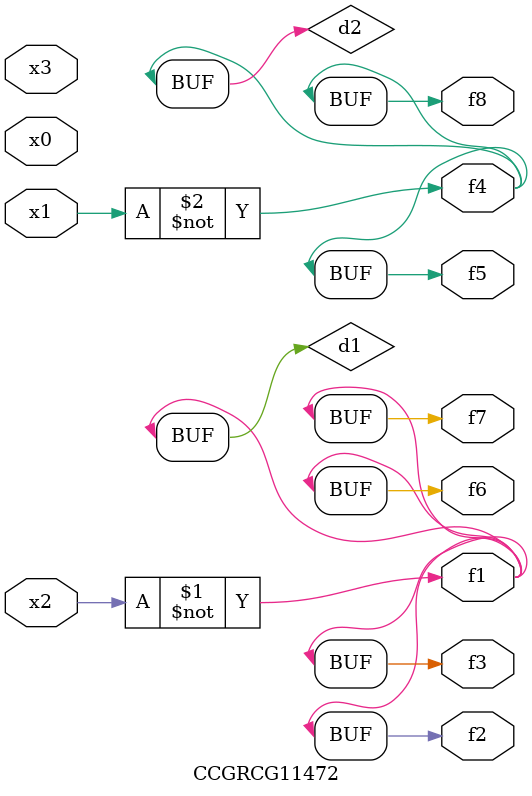
<source format=v>
module CCGRCG11472(
	input x0, x1, x2, x3,
	output f1, f2, f3, f4, f5, f6, f7, f8
);

	wire d1, d2;

	xnor (d1, x2);
	not (d2, x1);
	assign f1 = d1;
	assign f2 = d1;
	assign f3 = d1;
	assign f4 = d2;
	assign f5 = d2;
	assign f6 = d1;
	assign f7 = d1;
	assign f8 = d2;
endmodule

</source>
